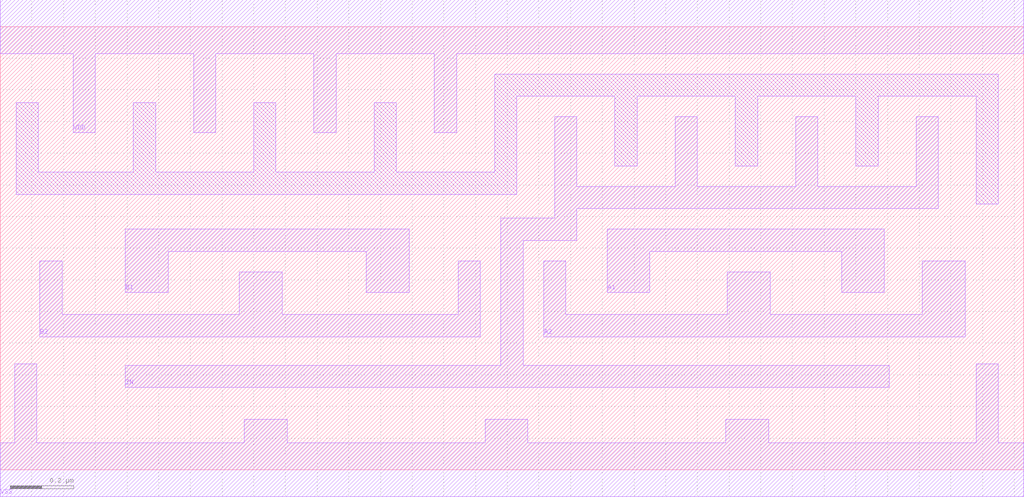
<source format=lef>
# 
# ******************************************************************************
# *                                                                            *
# *                   Copyright (C) 2004-2010, Nangate Inc.                    *
# *                           All rights reserved.                             *
# *                                                                            *
# * Nangate and the Nangate logo are trademarks of Nangate Inc.                *
# *                                                                            *
# * All trademarks, logos, software marks, and trade names (collectively the   *
# * "Marks") in this program are proprietary to Nangate or other respective    *
# * owners that have granted Nangate the right and license to use such Marks.  *
# * You are not permitted to use the Marks without the prior written consent   *
# * of Nangate or such third party that may own the Marks.                     *
# *                                                                            *
# * This file has been provided pursuant to a License Agreement containing     *
# * restrictions on its use. This file contains valuable trade secrets and     *
# * proprietary information of Nangate Inc., and is protected by U.S. and      *
# * international laws and/or treaties.                                        *
# *                                                                            *
# * The copyright notice(s) in this file does not indicate actual or intended  *
# * publication of this file.                                                  *
# *                                                                            *
# *     NGLibraryCreator, v2010.08-HR32-SP3-2010-08-05 - build 1009061800      *
# *                                                                            *
# ******************************************************************************
# 
# 
# Running on brazil06.nangate.com.br for user Giancarlo Franciscatto (gfr).
# Local time is now Fri, 3 Dec 2010, 19:32:18.
# Main process id is 27821.

VERSION 5.6 ;
BUSBITCHARS "[]" ;
DIVIDERCHAR "/" ;

MACRO AOI22_X4
  CLASS core ;
  FOREIGN AOI22_X4 0.0 0.0 ;
  ORIGIN 0 0 ;
  SYMMETRY X Y ;
  SITE FreePDK45_38x28_10R_NP_162NW_34O ;
  SIZE 3.23 BY 1.4 ;
  PIN A1
    DIRECTION INPUT ;
    ANTENNAPARTIALMETALAREA 0.09635 LAYER metal1 ;
    ANTENNAPARTIALMETALSIDEAREA 0.3133 LAYER metal1 ;
    ANTENNAGATEAREA 0.209 ;
    PORT
      LAYER metal1 ;
        POLYGON 1.915 0.56 2.05 0.56 2.05 0.69 2.655 0.69 2.655 0.56 2.79 0.56 2.79 0.76 1.915 0.76  ;
    END
  END A1
  PIN A2
    DIRECTION INPUT ;
    ANTENNAPARTIALMETALAREA 0.146175 LAYER metal1 ;
    ANTENNAPARTIALMETALSIDEAREA 0.4875 LAYER metal1 ;
    ANTENNAGATEAREA 0.209 ;
    PORT
      LAYER metal1 ;
        POLYGON 1.715 0.42 3.045 0.42 3.045 0.66 2.91 0.66 2.91 0.49 2.43 0.49 2.43 0.625 2.295 0.625 2.295 0.49 1.785 0.49 1.785 0.66 1.715 0.66  ;
    END
  END A2
  PIN B1
    DIRECTION INPUT ;
    ANTENNAPARTIALMETALAREA 0.09775 LAYER metal1 ;
    ANTENNAPARTIALMETALSIDEAREA 0.3185 LAYER metal1 ;
    ANTENNAGATEAREA 0.209 ;
    PORT
      LAYER metal1 ;
        POLYGON 0.395 0.56 0.53 0.56 0.53 0.69 1.155 0.69 1.155 0.56 1.29 0.56 1.29 0.76 0.395 0.76  ;
    END
  END B1
  PIN B2
    DIRECTION INPUT ;
    ANTENNAPARTIALMETALAREA 0.139325 LAYER metal1 ;
    ANTENNAPARTIALMETALSIDEAREA 0.5031 LAYER metal1 ;
    ANTENNAGATEAREA 0.209 ;
    PORT
      LAYER metal1 ;
        POLYGON 0.125 0.42 1.515 0.42 1.515 0.66 1.445 0.66 1.445 0.49 0.89 0.49 0.89 0.625 0.755 0.625 0.755 0.49 0.195 0.49 0.195 0.66 0.125 0.66  ;
    END
  END B2
  PIN ZN
    DIRECTION OUTPUT ;
    ANTENNAPARTIALMETALAREA 0.36155 LAYER metal1 ;
    ANTENNAPARTIALMETALSIDEAREA 1.3611 LAYER metal1 ;
    ANTENNADIFFAREA 0.5852 ;
    PORT
      LAYER metal1 ;
        POLYGON 1.65 0.725 1.82 0.725 1.82 0.825 2.96 0.825 2.96 1.115 2.89 1.115 2.89 0.895 2.58 0.895 2.58 1.115 2.51 1.115 2.51 0.895 2.2 0.895 2.2 1.115 2.13 1.115 2.13 0.895 1.82 0.895 1.82 1.115 1.75 1.115 1.75 0.795 1.58 0.795 1.58 0.33 0.395 0.33 0.395 0.26 2.805 0.26 2.805 0.33 1.65 0.33  ;
    END
  END ZN
  PIN VDD
    DIRECTION INOUT ;
    USE power ;
    SHAPE ABUTMENT ;
    PORT
      LAYER metal1 ;
        POLYGON 0 1.315 0.23 1.315 0.23 1.065 0.3 1.065 0.3 1.315 0.61 1.315 0.61 1.065 0.68 1.065 0.68 1.315 0.99 1.315 0.99 1.065 1.06 1.065 1.06 1.315 1.37 1.315 1.37 1.065 1.44 1.065 1.44 1.315 3.15 1.315 3.23 1.315 3.23 1.485 3.15 1.485 0 1.485  ;
    END
  END VDD
  PIN VSS
    DIRECTION INOUT ;
    USE ground ;
    SHAPE ABUTMENT ;
    PORT
      LAYER metal1 ;
        POLYGON 0 -0.085 3.23 -0.085 3.23 0.085 3.15 0.085 3.15 0.335 3.08 0.335 3.08 0.085 2.425 0.085 2.425 0.16 2.29 0.16 2.29 0.085 1.665 0.085 1.665 0.16 1.53 0.16 1.53 0.085 0.905 0.085 0.905 0.16 0.77 0.16 0.77 0.085 0.115 0.085 0.115 0.335 0.045 0.335 0.045 0.085 0 0.085  ;
    END
  END VSS
  OBS
      LAYER metal1 ;
        POLYGON 0.05 0.87 1.63 0.87 1.63 1.18 1.94 1.18 1.94 0.96 2.01 0.96 2.01 1.18 2.32 1.18 2.32 0.96 2.39 0.96 2.39 1.18 2.7 1.18 2.7 0.96 2.77 0.96 2.77 1.18 3.08 1.18 3.08 0.84 3.15 0.84 3.15 1.25 1.56 1.25 1.56 0.94 1.25 0.94 1.25 1.16 1.18 1.16 1.18 0.94 0.87 0.94 0.87 1.16 0.8 1.16 0.8 0.94 0.49 0.94 0.49 1.16 0.42 1.16 0.42 0.94 0.12 0.94 0.12 1.16 0.05 1.16  ;
  END
END AOI22_X4

END LIBRARY
#
# End of file
#

</source>
